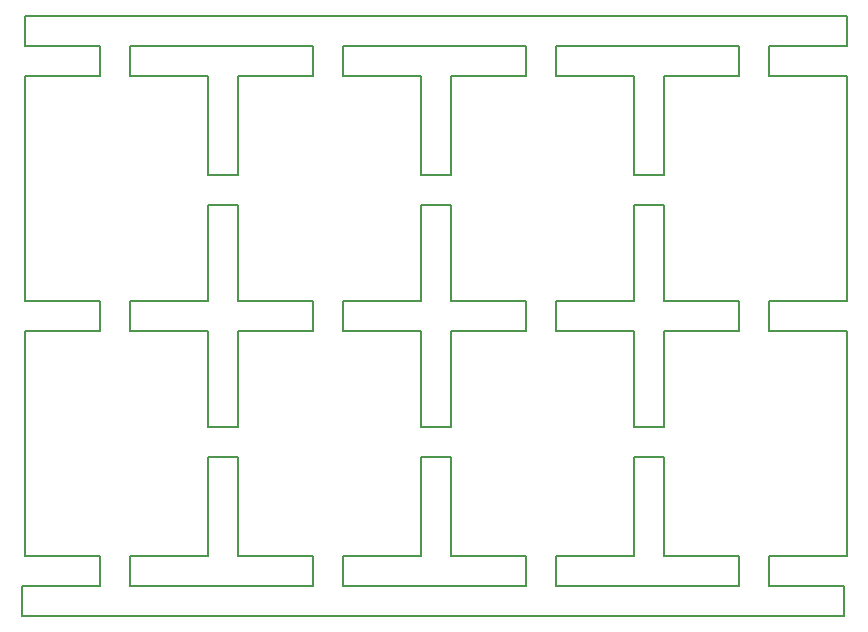
<source format=gm1>
G04 #@! TF.FileFunction,Profile,NP*
%FSLAX46Y46*%
G04 Gerber Fmt 4.6, Leading zero omitted, Abs format (unit mm)*
G04 Created by KiCad (PCBNEW 4.0.5+dfsg1-4) date Mon Jun 15 22:33:41 2020*
%MOMM*%
%LPD*%
G01*
G04 APERTURE LIST*
%ADD10C,0.100000*%
%ADD11C,0.150000*%
G04 APERTURE END LIST*
D10*
D11*
X132588000Y-84582000D02*
X132588000Y-76200000D01*
X132588000Y-95250000D02*
X132588000Y-87122000D01*
X132588000Y-97790000D02*
X132588000Y-105918000D01*
X132588000Y-108458000D02*
X132588000Y-116840000D01*
X135128000Y-84582000D02*
X135128000Y-76200000D01*
X135128000Y-95250000D02*
X135128000Y-87122000D01*
X135128000Y-97790000D02*
X135128000Y-105918000D01*
X135128000Y-108458000D02*
X135128000Y-116840000D01*
X150622000Y-84582000D02*
X150622000Y-76200000D01*
X150622000Y-95250000D02*
X150622000Y-87122000D01*
X150622000Y-97790000D02*
X150622000Y-105918000D01*
X150622000Y-108458000D02*
X150622000Y-116840000D01*
X153162000Y-84582000D02*
X153162000Y-76200000D01*
X153162000Y-95250000D02*
X153162000Y-87122000D01*
X153162000Y-97790000D02*
X153162000Y-105918000D01*
X153162000Y-108458000D02*
X153162000Y-116840000D01*
X168656000Y-84582000D02*
X168656000Y-76200000D01*
X168656000Y-95250000D02*
X168656000Y-87122000D01*
X168656000Y-97790000D02*
X168656000Y-105918000D01*
X168656000Y-108458000D02*
X168656000Y-116840000D01*
X171196000Y-108458000D02*
X171196000Y-116840000D01*
X171196000Y-97790000D02*
X171196000Y-105918000D01*
X171196000Y-95250000D02*
X171196000Y-87122000D01*
X171196000Y-84582000D02*
X171196000Y-76200000D01*
X186690000Y-76200000D02*
X180086000Y-76200000D01*
X177546000Y-76200000D02*
X171196000Y-76200000D01*
X168656000Y-76200000D02*
X162052000Y-76200000D01*
X159512000Y-76200000D02*
X153162000Y-76200000D01*
X150622000Y-76200000D02*
X144018000Y-76200000D01*
X141478000Y-76200000D02*
X135128000Y-76200000D01*
X132588000Y-76200000D02*
X125984000Y-76200000D01*
X123444000Y-76200000D02*
X117094000Y-76200000D01*
X132588000Y-95250000D02*
X125984000Y-95250000D01*
X123444000Y-95250000D02*
X117094000Y-95250000D01*
X150622000Y-95250000D02*
X144018000Y-95250000D01*
X141478000Y-95250000D02*
X135128000Y-95250000D01*
X168656000Y-95250000D02*
X162052000Y-95250000D01*
X159512000Y-95250000D02*
X153162000Y-95250000D01*
X186690000Y-95250000D02*
X180086000Y-95250000D01*
X177546000Y-95250000D02*
X171196000Y-95250000D01*
X186690000Y-97790000D02*
X180086000Y-97790000D01*
X177546000Y-97790000D02*
X171196000Y-97790000D01*
X168656000Y-97790000D02*
X162052000Y-97790000D01*
X159512000Y-97790000D02*
X153162000Y-97790000D01*
X150622000Y-97790000D02*
X144018000Y-97790000D01*
X141478000Y-97790000D02*
X135128000Y-97790000D01*
X132588000Y-97790000D02*
X125984000Y-97790000D01*
X123444000Y-97790000D02*
X117094000Y-97790000D01*
X132588000Y-116840000D02*
X125984000Y-116840000D01*
X123444000Y-116840000D02*
X117094000Y-116840000D01*
X150622000Y-116840000D02*
X144018000Y-116840000D01*
X141478000Y-116840000D02*
X135128000Y-116840000D01*
X186690000Y-116840000D02*
X180086000Y-116840000D01*
X177546000Y-116840000D02*
X171196000Y-116840000D01*
X159512000Y-116840000D02*
X153162000Y-116840000D01*
X168656000Y-116840000D02*
X162052000Y-116840000D01*
X162052000Y-119380000D02*
X177546000Y-119380000D01*
X186436000Y-119380000D02*
X180086000Y-119380000D01*
X123444000Y-119380000D02*
X116840000Y-119380000D01*
X141478000Y-119380000D02*
X125984000Y-119380000D01*
X116840000Y-119380000D02*
X116840000Y-121920000D01*
X144018000Y-119380000D02*
X159512000Y-119380000D01*
X186436000Y-121920000D02*
X186436000Y-119380000D01*
X116840000Y-121920000D02*
X186436000Y-121920000D01*
X186690000Y-73660000D02*
X186690000Y-71120000D01*
X180086000Y-73660000D02*
X186690000Y-73660000D01*
X162052000Y-73660000D02*
X177546000Y-73660000D01*
X159512000Y-73660000D02*
X144018000Y-73660000D01*
X141478000Y-73660000D02*
X125984000Y-73660000D01*
X117094000Y-73660000D02*
X123444000Y-73660000D01*
X117094000Y-71120000D02*
X117094000Y-73660000D01*
X186690000Y-71120000D02*
X117094000Y-71120000D01*
X117094000Y-76200000D02*
X117094000Y-95250000D01*
X117094000Y-97790000D02*
X117094000Y-116840000D01*
X186690000Y-76200000D02*
X186690000Y-95250000D01*
X186690000Y-97790000D02*
X186690000Y-116840000D01*
X123444000Y-119380000D02*
X123444000Y-116840000D01*
X125984000Y-116840000D02*
X125984000Y-119380000D01*
X141478000Y-119380000D02*
X141478000Y-116840000D01*
X144018000Y-116840000D02*
X144018000Y-119380000D01*
X159512000Y-119380000D02*
X159512000Y-116840000D01*
X162052000Y-116840000D02*
X162052000Y-119380000D01*
X177546000Y-119380000D02*
X177546000Y-116840000D01*
X180086000Y-116840000D02*
X180086000Y-119380000D01*
X177546000Y-76200000D02*
X177546000Y-73660000D01*
X180086000Y-73660000D02*
X180086000Y-76200000D01*
X159512000Y-76200000D02*
X159512000Y-73660000D01*
X162052000Y-73660000D02*
X162052000Y-76200000D01*
X141478000Y-76200000D02*
X141478000Y-73660000D01*
X144018000Y-73660000D02*
X144018000Y-76200000D01*
X123444000Y-76200000D02*
X123444000Y-73660000D01*
X125984000Y-73660000D02*
X125984000Y-76200000D01*
X168656000Y-105918000D02*
X171196000Y-105918000D01*
X171196000Y-108458000D02*
X168656000Y-108458000D01*
X150622000Y-105918000D02*
X153162000Y-105918000D01*
X153162000Y-108458000D02*
X150622000Y-108458000D01*
X132588000Y-105918000D02*
X135128000Y-105918000D01*
X135128000Y-108458000D02*
X132588000Y-108458000D01*
X168656000Y-84582000D02*
X171196000Y-84582000D01*
X171196000Y-87122000D02*
X168656000Y-87122000D01*
X150622000Y-84582000D02*
X153162000Y-84582000D01*
X153162000Y-87122000D02*
X150622000Y-87122000D01*
X132588000Y-84582000D02*
X135128000Y-84582000D01*
X135128000Y-87122000D02*
X132588000Y-87122000D01*
X125984000Y-95250000D02*
X125984000Y-97790000D01*
X123444000Y-97790000D02*
X123444000Y-95250000D01*
X144018000Y-95250000D02*
X144018000Y-97790000D01*
X141478000Y-97790000D02*
X141478000Y-95250000D01*
X162052000Y-95250000D02*
X162052000Y-97790000D01*
X159512000Y-97790000D02*
X159512000Y-95250000D01*
X180086000Y-95250000D02*
X180086000Y-97790000D01*
X177546000Y-97790000D02*
X177546000Y-95250000D01*
M02*

</source>
